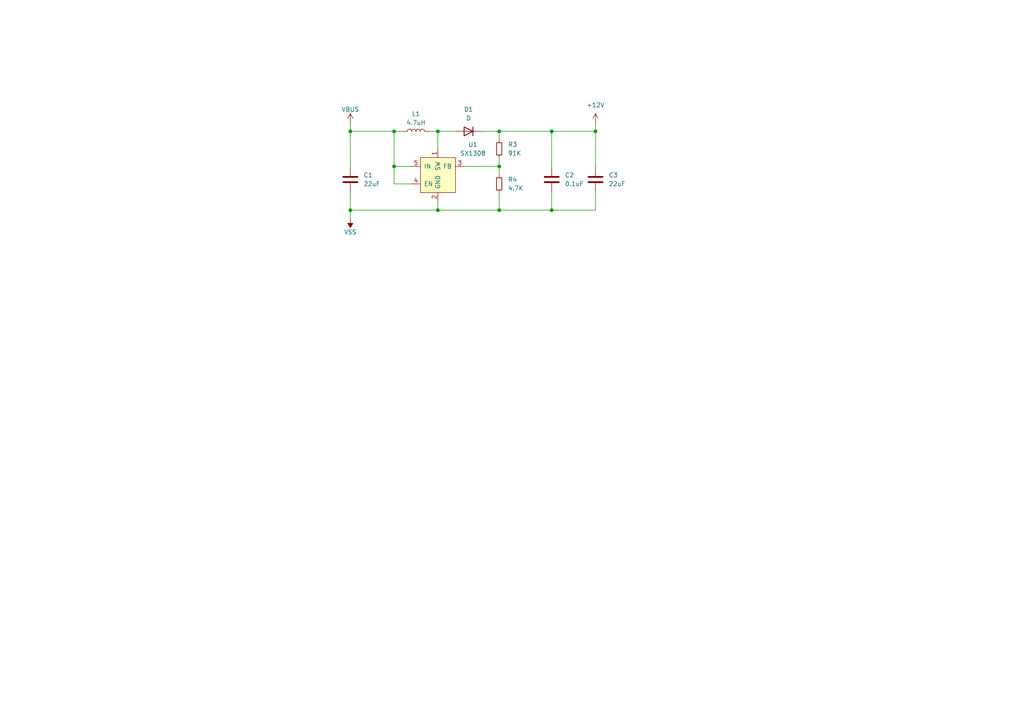
<source format=kicad_sch>
(kicad_sch (version 20250114) (generator "eeschema") (generator_version "9.0")
  (paper "A4")
  (lib_symbols
    (symbol "Append_Power_IC:SX1308" (pin_names (offset 1.016))
      (property "Reference" "U" (at 2.54 8.89 0))
      (property "Value" "SX1308" (at 2.54 6.35 0))
      (symbol "SX1308_0_1"
        (rectangle (start -5.08 5.08) (end 5.08 -5.08) (fill (type background)))
      )
      (symbol "SX1308_1_1"
        (pin power_in line (at -7.62 2.54 0) (length 2.54) (name "IN") (number "5"))
        (pin input line (at -7.62 -2.54 0) (length 2.54) (name "EN") (number "4"))
        (pin power_in line (at 0 7.62 270) (length 2.54) (name "SW") (number "1"))
        (pin power_in line (at 0 -7.62 90) (length 2.54) (name "GND") (number "2"))
        (pin input line (at 7.62 2.54 180) (length 2.54) (name "FB") (number "3"))
        (pin no_connect line (at 7.62 -2.54 180) (length 2.54) (hide yes) (name "NC") (number "6"))
      )
    )
    (symbol "Device:C" (pin_numbers (hide yes)) (pin_names (offset 0.254))
      (property "Reference" "C" (at 0.635 2.54 0))
      (property "Value" "C" (at 0.635 -2.54 0))
      (symbol "C_0_1"
        (polyline (pts (xy -2.032 0.762) (xy 2.032 0.762)) (stroke (width 0.508)))
        (polyline (pts (xy -2.032 -0.762) (xy 2.032 -0.762)) (stroke (width 0.508)))
      )
      (symbol "C_1_1"
        (pin passive line (at 0 3.81 270) (length 2.794) (name "~") (number "1"))
        (pin passive line (at 0 -3.81 90) (length 2.794) (name "~") (number "2"))
      )
    )
    (symbol "Device:D" (pin_numbers (hide yes)) (pin_names (offset 1.016) (hide yes))
      (property "Reference" "D" (at 0 2.54 0))
      (property "Value" "D" (at 0 -2.54 0))
      (symbol "D_0_1"
        (polyline (pts (xy -1.27 1.27) (xy -1.27 -1.27)) (stroke (width 0.254)))
        (polyline (pts (xy 1.27 1.27) (xy 1.27 -1.27) (xy -1.27 0) (xy 1.27 1.27)) (stroke (width 0.254)))
        (polyline (pts (xy 1.27 0) (xy -1.27 0)))
      )
      (symbol "D_1_1"
        (pin passive line (at -3.81 0 0) (length 2.54) (name "K") (number "1"))
        (pin passive line (at 3.81 0 180) (length 2.54) (name "A") (number "2"))
      )
    )
    (symbol "Device:L" (pin_numbers (hide yes)) (pin_names (offset 1.016) (hide yes))
      (property "Reference" "L" (at -1.27 0 90))
      (property "Value" "L" (at 1.905 0 90))
      (symbol "L_0_1"
        (arc (start 0 2.54) (mid 0.6323 1.905) (end 0 1.27))
        (arc (start 0 1.27) (mid 0.6323 0.635) (end 0 0))
        (arc (start 0 0) (mid 0.6323 -0.635) (end 0 -1.27))
        (arc (start 0 -1.27) (mid 0.6323 -1.905) (end 0 -2.54))
      )
      (symbol "L_1_1"
        (pin passive line (at 0 3.81 270) (length 1.27) (name "1") (number "1"))
        (pin passive line (at 0 -3.81 90) (length 1.27) (name "2") (number "2"))
      )
    )
    (symbol "Device:R_Small" (pin_numbers (hide yes)) (pin_names (offset 0.254) (hide yes))
      (property "Reference" "R" (at 0.762 0.508 0))
      (property "Value" "R_Small" (at 0.762 -1.016 0))
      (symbol "R_Small_0_1"
        (rectangle (start -0.762 1.778) (end 0.762 -1.778) (stroke (width 0.2032)))
      )
      (symbol "R_Small_1_1"
        (pin passive line (at 0 2.54 270) (length 0.762) (name "~") (number "1"))
        (pin passive line (at 0 -2.54 90) (length 0.762) (name "~") (number "2"))
      )
    )
    (symbol "power:+12V" (power) (pin_numbers (hide yes)) (pin_names (offset 0) (hide yes))
      (property "Value" "+12V" (at 0 3.556 0))
      (symbol "+12V_0_1"
        (polyline (pts (xy -0.762 1.27) (xy 0 2.54)))
        (polyline (pts (xy 0 2.54) (xy 0.762 1.27)))
        (polyline (pts (xy 0 0) (xy 0 2.54)))
      )
      (symbol "+12V_1_1"
        (pin power_in line (at 0 0 90) (length 0) (name "~") (number "1"))
      )
    )
    (symbol "power:VBUS" (power) (pin_names (offset 0))
      (property "Value" "VBUS" (at 0 3.81 0))
      (symbol "VBUS_0_1"
        (polyline (pts (xy -0.762 1.27) (xy 0 2.54)))
        (polyline (pts (xy 0 2.54) (xy 0.762 1.27)))
        (polyline (pts (xy 0 0) (xy 0 2.54)))
      )
      (symbol "VBUS_1_1"
        (pin power_in line (at 0 0 90) (length 0) (hide yes) (name "VBUS") (number "1"))
      )
    )
    (symbol "power:VSS" (power) (pin_names (offset 0))
      (property "Value" "VSS" (at 0 3.81 0))
      (symbol "VSS_0_1"
        (polyline (pts (xy 0 0) (xy 0 2.54)))
        (polyline (pts (xy 0.762 1.27) (xy -0.762 1.27) (xy 0 2.54) (xy 0.762 1.27)) (fill (type outline)))
      )
      (symbol "VSS_1_1"
        (pin power_in line (at 0 0 90) (length 0) (hide yes) (name "VSS") (number "1"))
      )
    )
  )
  (junction (at 127 60.96))
  (junction (at 101.6 38.1))
  (junction (at 127 38.1))
  (junction (at 160.02 38.1))
  (junction (at 144.78 48.26))
  (junction (at 114.3 48.26))
  (junction (at 101.6 60.96))
  (junction (at 160.02 60.96))
  (junction (at 144.78 38.1))
  (junction (at 114.3 38.1))
  (junction (at 172.72 38.1))
  (junction (at 144.78 60.96))
  (wire (pts (xy 144.78 38.1) (xy 160.02 38.1)))
  (wire (pts (xy 114.3 38.1) (xy 116.84 38.1)))
  (wire (pts (xy 101.6 55.88) (xy 101.6 60.96)))
  (wire (pts (xy 160.02 55.88) (xy 160.02 60.96)))
  (wire (pts (xy 114.3 48.26) (xy 114.3 53.34)))
  (wire (pts (xy 172.72 35.56) (xy 172.72 38.1)))
  (wire (pts (xy 127 58.42) (xy 127 60.96)))
  (wire (pts (xy 144.78 60.96) (xy 160.02 60.96)))
  (wire (pts (xy 124.46 38.1) (xy 127 38.1)))
  (wire (pts (xy 101.6 38.1) (xy 114.3 38.1)))
  (wire (pts (xy 114.3 53.34) (xy 119.38 53.34)))
  (wire (pts (xy 160.02 38.1) (xy 160.02 48.26)))
  (wire (pts (xy 134.62 48.26) (xy 144.78 48.26)))
  (wire (pts (xy 101.6 35.56) (xy 101.6 38.1)))
  (wire (pts (xy 144.78 55.88) (xy 144.78 60.96)))
  (wire (pts (xy 172.72 55.88) (xy 172.72 60.96)))
  (wire (pts (xy 160.02 38.1) (xy 172.72 38.1)))
  (wire (pts (xy 101.6 38.1) (xy 101.6 48.26)))
  (wire (pts (xy 114.3 38.1) (xy 114.3 48.26)))
  (wire (pts (xy 127 60.96) (xy 144.78 60.96)))
  (wire (pts (xy 127 38.1) (xy 132.08 38.1)))
  (wire (pts (xy 127 38.1) (xy 127 43.18)))
  (wire (pts (xy 144.78 45.72) (xy 144.78 48.26)))
  (wire (pts (xy 139.7 38.1) (xy 144.78 38.1)))
  (wire (pts (xy 144.78 48.26) (xy 144.78 50.8)))
  (wire (pts (xy 144.78 38.1) (xy 144.78 40.64)))
  (wire (pts (xy 114.3 48.26) (xy 119.38 48.26)))
  (wire (pts (xy 101.6 60.96) (xy 101.6 63.5)))
  (wire (pts (xy 160.02 60.96) (xy 172.72 60.96)))
  (wire (pts (xy 172.72 38.1) (xy 172.72 48.26)))
  (wire (pts (xy 101.6 60.96) (xy 127 60.96)))
  (symbol (lib_id "Device:R_Small") (at 144.78 43.18 0) (unit 1)
    (property "Reference" "R3" (at 147.32 41.9099 0) (effects (justify left)))
    (property "Value" "91K" (at 147.32 44.4499 0) (effects (justify left)))
    (property "Footprint" "Resistor_SMD:R_0603_1608Metric" (effects (hide yes)))
    (property "Description" "Resistor, small symbol" (effects (hide yes)))
  )
  (symbol (lib_id "Device:L") (at 120.65 38.1 90) (unit 1)
    (property "Reference" "L1" (at 120.65 33.02 90))
    (property "Value" "4.7uH" (at 120.65 35.56 90))
    (property "Footprint" "Inductor_SMD:L_Cenker_CKCS4020" (effects (hide yes)))
    (property "Description" "Inductor" (effects (hide yes)))
  )
  (symbol (lib_id "Device:C") (at 172.72 52.07 0) (unit 1)
    (property "Reference" "C3" (at 176.53 50.7999 0) (effects (justify left)))
    (property "Value" "22uF" (at 176.53 53.3399 0) (effects (justify left)))
    (property "Footprint" "Capacitor_SMD:C_1206_3216Metric" (effects (hide yes)))
    (property "Description" "Unpolarized capacitor" (effects (hide yes)))
  )
  (symbol (lib_id "Device:C") (at 160.02 52.07 0) (unit 1)
    (property "Reference" "C2" (at 163.83 50.7999 0) (effects (justify left)))
    (property "Value" "0.1uF" (at 163.83 53.3399 0) (effects (justify left)))
    (property "Footprint" "Capacitor_SMD:C_1206_3216Metric" (effects (hide yes)))
    (property "Description" "Unpolarized capacitor" (effects (hide yes)))
  )
  (symbol (lib_id "power:+12V") (at 172.72 35.56 0) (unit 1)
    (property "Reference" "#PWR05" (effects (hide yes)))
    (property "Value" "+12V" (at 172.72 30.48 0))
    (property "Description" "Power symbol creates a global label with name \"+12V\"" (effects (hide yes)))
  )
  (symbol (lib_id "Device:D") (at 135.89 38.1 180) (unit 1)
    (property "Reference" "D1" (at 135.89 31.75 0))
    (property "Value" "D" (at 135.89 34.29 0))
    (property "Footprint" "Diode_SMD:D_SMB" (effects (hide yes)))
    (property "Description" "Diode" (effects (hide yes)))
    (property "Sim.Device" "D" (effects (hide yes)))
    (property "Sim.Pins" "1=K 2=A" (effects (hide yes)))
  )
  (symbol (lib_id "power:VSS") (at 101.6 63.5 180) (unit 1)
    (property "Reference" "#PWR03" (effects (hide yes)))
    (property "Value" "VSS" (at 101.6 67.31 0))
  )
  (symbol (lib_id "Append_Power_IC:SX1308") (at 127 50.8 0) (unit 1)
    (property "Reference" "U1" (at 137.16 41.9414 0))
    (property "Value" "SX1308" (at 137.16 44.4814 0))
    (property "Footprint" "Package_TO_SOT_SMD:SOT-23-6" (effects (hide yes)))
    (property "Description" "电源升压IC，2-24V输入，最高28V输出。" (effects (hide yes)))
  )
  (symbol (lib_id "power:VBUS") (at 101.6 35.56 0) (unit 1)
    (property "Reference" "#PWR04" (effects (hide yes)))
    (property "Value" "VBUS" (at 101.6 31.75 0))
  )
  (symbol (lib_id "Device:C") (at 101.6 52.07 0) (unit 1)
    (property "Reference" "C1" (at 105.41 50.7999 0) (effects (justify left)))
    (property "Value" "22uF" (at 105.41 53.3399 0) (effects (justify left)))
    (property "Footprint" "Capacitor_SMD:C_1206_3216Metric" (effects (hide yes)))
    (property "Description" "Unpolarized capacitor" (effects (hide yes)))
  )
  (symbol (lib_id "Device:R_Small") (at 144.78 53.34 0) (unit 1)
    (property "Reference" "R4" (at 147.32 52.0699 0) (effects (justify left)))
    (property "Value" "4.7K" (at 147.32 54.6099 0) (effects (justify left)))
    (property "Footprint" "Resistor_SMD:R_0603_1608Metric" (effects (hide yes)))
    (property "Description" "Resistor, small symbol" (effects (hide yes)))
  )
)
</source>
